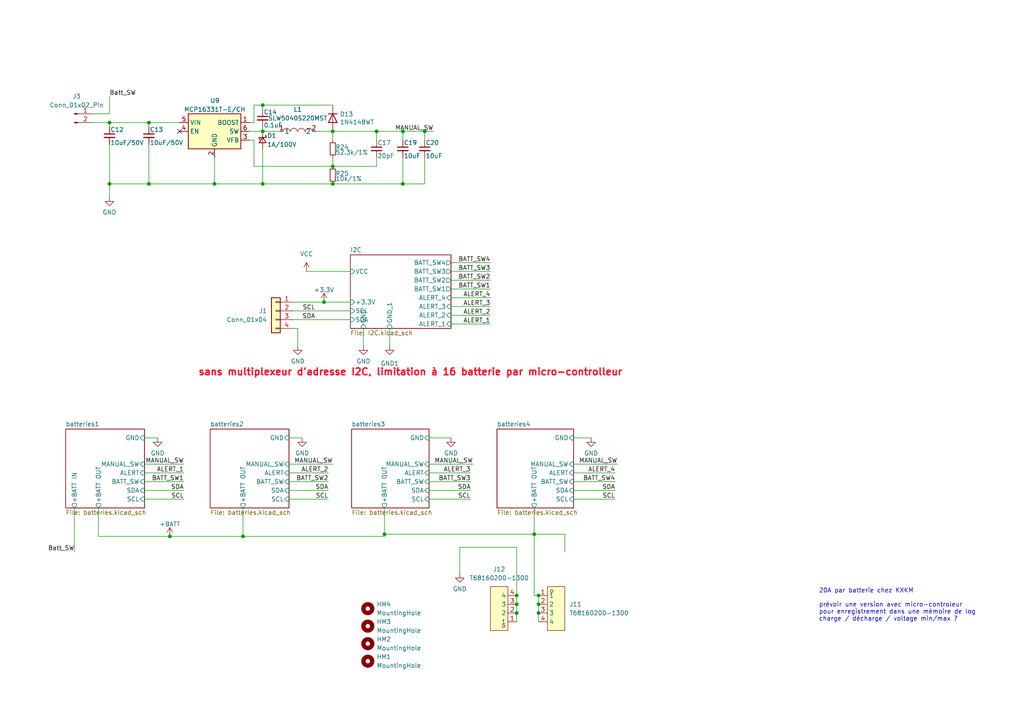
<source format=kicad_sch>
(kicad_sch (version 20231120) (generator "eeschema") (generator_version "8.0")
  (paper "A4")
  (lib_symbols
    (symbol "Connector:Conn_01x02_Pin" (pin_names (offset 1.016) hide)
      (property "Reference" "J" (at 0 2.54 0))
      (property "Value" "Conn_01x02_Pin" (at 0 -5.08 0))
      (symbol "Conn_01x02_Pin_1_1"
        (polyline (pts (xy 1.27 -2.54) (xy 0.8636 -2.54)) (stroke (width 0.1524)))
        (polyline (pts (xy 1.27 0) (xy 0.8636 0)) (stroke (width 0.1524)))
        (rectangle (start 0.8636 -2.413) (end 0 -2.667) (stroke (width 0.1524)) (fill (type outline)))
        (rectangle (start 0.8636 0.127) (end 0 -0.127) (stroke (width 0.1524)) (fill (type outline)))
        (pin passive line (at 5.08 0 180) (length 3.81) (name "Pin_1") (number "1"))
        (pin passive line (at 5.08 -2.54 180) (length 3.81) (name "Pin_2") (number "2"))
      )
    )
    (symbol "Connector_Generic:Conn_01x04" (pin_names (offset 1.016) hide)
      (property "Reference" "J" (at 0 5.08 0))
      (property "Value" "Conn_01x04" (at 0 -7.62 0))
      (symbol "Conn_01x04_1_1"
        (rectangle (start -1.27 -4.953) (end 0 -5.207) (stroke (width 0.1524)))
        (rectangle (start -1.27 -2.413) (end 0 -2.667) (stroke (width 0.1524)))
        (rectangle (start -1.27 0.127) (end 0 -0.127) (stroke (width 0.1524)))
        (rectangle (start -1.27 2.667) (end 0 2.413) (stroke (width 0.1524)))
        (rectangle (start -1.27 3.81) (end 1.27 -6.35) (stroke (width 0.254)) (fill (type background)))
        (pin passive line (at -5.08 2.54 0) (length 3.81) (name "Pin_1") (number "1"))
        (pin passive line (at -5.08 0 0) (length 3.81) (name "Pin_2") (number "2"))
        (pin passive line (at -5.08 -2.54 0) (length 3.81) (name "Pin_3") (number "3"))
        (pin passive line (at -5.08 -5.08 0) (length 3.81) (name "Pin_4") (number "4"))
      )
    )
    (symbol "Device:C_Small" (pin_numbers hide) (pin_names (offset 0.254) hide)
      (property "Reference" "C" (at 0.254 1.778 0))
      (property "Value" "C_Small" (at 0.254 -2.032 0))
      (symbol "C_Small_0_1"
        (polyline (pts (xy -1.524 -0.508) (xy 1.524 -0.508)) (stroke (width 0.3302)))
        (polyline (pts (xy -1.524 0.508) (xy 1.524 0.508)) (stroke (width 0.3048)))
      )
      (symbol "C_Small_1_1"
        (pin passive line (at 0 2.54 270) (length 2.032) (name "~") (number "1"))
        (pin passive line (at 0 -2.54 90) (length 2.032) (name "~") (number "2"))
      )
    )
    (symbol "Device:D_Schottky_Small" (pin_numbers hide) (pin_names (offset 0.254) hide)
      (property "Reference" "D" (at -1.27 2.032 0))
      (property "Value" "Device_D_Schottky_Small" (at -7.112 -2.032 0))
      (symbol "D_Schottky_Small_0_1"
        (polyline (pts (xy -0.762 0) (xy 0.762 0)))
        (polyline (pts (xy 0.762 -1.016) (xy -0.762 0) (xy 0.762 1.016) (xy 0.762 -1.016)) (stroke (width 0.254)))
        (polyline (pts (xy -1.27 0.762) (xy -1.27 1.016) (xy -0.762 1.016) (xy -0.762 -1.016) (xy -0.254 -1.016) (xy -0.254 -0.762)) (stroke (width 0.254)))
      )
      (symbol "D_Schottky_Small_1_1"
        (pin passive line (at -2.54 0 0) (length 1.778) (name "K") (number "1"))
        (pin passive line (at 2.54 0 180) (length 1.778) (name "A") (number "2"))
      )
    )
    (symbol "Device:R_Small" (pin_numbers hide) (pin_names (offset 0.254) hide)
      (property "Reference" "R" (at 0.762 0.508 0))
      (property "Value" "R_Small" (at 0.762 -1.016 0))
      (symbol "R_Small_0_1"
        (rectangle (start -0.762 1.778) (end 0.762 -1.778) (stroke (width 0.2032)))
      )
      (symbol "R_Small_1_1"
        (pin passive line (at 0 2.54 270) (length 0.762) (name "~") (number "1"))
        (pin passive line (at 0 -2.54 90) (length 0.762) (name "~") (number "2"))
      )
    )
    (symbol "Diode:1N4148WT" (pin_numbers hide) (pin_names (offset 1.016) hide)
      (property "Reference" "D" (at 0 2.54 0))
      (property "Value" "Diode_1N4148WT" (at 0 -2.54 0))
      (symbol "1N4148WT_0_1"
        (polyline (pts (xy -1.27 1.27) (xy -1.27 -1.27)) (stroke (width 0.254)))
        (polyline (pts (xy 1.27 0) (xy -1.27 0)))
        (polyline (pts (xy 1.27 1.27) (xy 1.27 -1.27) (xy -1.27 0) (xy 1.27 1.27)) (stroke (width 0.254)))
      )
      (symbol "1N4148WT_1_1"
        (pin passive line (at -3.81 0 0) (length 2.54) (name "K") (number "1"))
        (pin passive line (at 3.81 0 180) (length 2.54) (name "A") (number "2"))
      )
    )
    (symbol "Mechanical:MountingHole" (pin_names (offset 1.016)) (exclude_from_sim yes) (in_bom no)
      (property "Reference" "H" (at 0 5.08 0))
      (property "Value" "MountingHole" (at 0 3.175 0))
      (symbol "MountingHole_0_1"
        (circle (center 0 0) (radius 1.27) (stroke (width 1.27)))
      )
    )
    (symbol "Regulator_Switching:MCP16331CH"
      (property "Reference" "U" (at -7.874 6.35 0))
      (property "Value" "Regulator_Switching_MCP16331CH" (at -2.54 6.35 0))
      (symbol "MCP16331CH_0_1"
        (rectangle (start -7.62 5.08) (end 7.62 -5.08) (stroke (width 0.254)) (fill (type background)))
      )
      (symbol "MCP16331CH_1_1"
        (pin input line (at 10.16 2.54 180) (length 2.54) (name "BOOST") (number "1"))
        (pin power_in line (at 0 -7.62 90) (length 2.54) (name "GND") (number "2"))
        (pin input line (at 10.16 -2.54 180) (length 2.54) (name "VFB") (number "3"))
        (pin input line (at -10.16 0 0) (length 2.54) (name "EN") (number "4"))
        (pin power_in line (at -10.16 2.54 0) (length 2.54) (name "VIN") (number "5"))
        (pin output line (at 10.16 0 180) (length 2.54) (name "SW") (number "6"))
      )
    )
    (symbol "easyeda2kicad:SLW5040S220MST"
      (property "Reference" "L" (at 0 5.08 0))
      (property "Value" "SLW5040S220MST" (at 0 -5.08 0))
      (symbol "SLW5040S220MST_0_1"
        (arc (start -2.27 -0.02) (mid -3.28 0.9027) (end -4.29 -0.02))
        (arc (start -0.11 -0.02) (mid -1.12 0.9071) (end -2.13 -0.02))
        (arc (start 2.04 -0.02) (mid 1.03 0.9071) (end 0.02 -0.02))
        (arc (start 4.23 -0.02) (mid 3.22 0.9071) (end 2.21 -0.02))
        (pin unspecified line (at -5.08 0 0) (length 0.762) (name "1") (number "1"))
        (pin unspecified line (at 5.08 0 180) (length 0.762) (name "2") (number "2"))
      )
    )
    (symbol "easyeda2kicad:T68160200-1300"
      (property "Reference" "U" (at 0 8.89 0))
      (property "Value" "T68160200-1300" (at 0 -8.89 0))
      (symbol "T68160200-1300_0_1"
        (rectangle (start -2.54 6.35) (end 2.54 -6.35) (fill (type background)))
        (circle (center -1.27 5.08) (radius 0.38))
        (pin unspecified line (at -5.08 3.81 0) (length 2.54) (name "1") (number "1"))
        (pin unspecified line (at -5.08 1.27 0) (length 2.54) (name "2") (number "2"))
        (pin unspecified line (at -5.08 -1.27 0) (length 2.54) (name "3") (number "3"))
        (pin unspecified line (at -5.08 -3.81 0) (length 2.54) (name "4") (number "4"))
      )
    )
    (symbol "power:+3.3V" (power) (pin_names (offset 0))
      (property "Value" "+3.3V" (at 0 3.556 0))
      (symbol "+3.3V_0_1"
        (polyline (pts (xy -0.762 1.27) (xy 0 2.54)))
        (polyline (pts (xy 0 0) (xy 0 2.54)))
        (polyline (pts (xy 0 2.54) (xy 0.762 1.27)))
      )
      (symbol "+3.3V_1_1"
        (pin power_in line (at 0 0 90) (length 0) hide (name "+3.3V") (number "1"))
      )
    )
    (symbol "power:+BATT" (power) (pin_names (offset 0))
      (property "Value" "power_+BATT" (at 0 3.556 0))
      (symbol "+BATT_0_1"
        (polyline (pts (xy -0.762 1.27) (xy 0 2.54)))
        (polyline (pts (xy 0 0) (xy 0 2.54)))
        (polyline (pts (xy 0 2.54) (xy 0.762 1.27)))
      )
      (symbol "+BATT_1_1"
        (pin power_in line (at 0 0 90) (length 0) hide (name "+BATT") (number "1"))
      )
    )
    (symbol "power:GND" (power) (pin_names (offset 0))
      (property "Value" "GND" (at 0 -3.81 0))
      (symbol "GND_0_1"
        (polyline (pts (xy 0 0) (xy 0 -1.27) (xy 1.27 -1.27) (xy 0 -2.54) (xy -1.27 -1.27) (xy 0 -1.27)))
      )
      (symbol "GND_1_1"
        (pin power_in line (at 0 0 270) (length 0) hide (name "GND") (number "1"))
      )
    )
    (symbol "power:GND1" (power) (pin_names (offset 0))
      (property "Value" "GND1" (at 0 -3.81 0))
      (symbol "GND1_0_1"
        (polyline (pts (xy 0 0) (xy 0 -1.27) (xy 1.27 -1.27) (xy 0 -2.54) (xy -1.27 -1.27) (xy 0 -1.27)))
      )
      (symbol "GND1_1_1"
        (pin power_in line (at 0 0 270) (length 0) hide (name "GND1") (number "1"))
      )
    )
    (symbol "power:VCC" (power) (pin_names (offset 0))
      (property "Value" "VCC" (at 0 3.81 0))
      (symbol "VCC_0_1"
        (polyline (pts (xy -0.762 1.27) (xy 0 2.54)))
        (polyline (pts (xy 0 0) (xy 0 2.54)))
        (polyline (pts (xy 0 2.54) (xy 0.762 1.27)))
      )
      (symbol "VCC_1_1"
        (pin power_in line (at 0 0 90) (length 0) hide (name "VCC") (number "1"))
      )
    )
  )
  (junction (at 62.23 53.34))
  (junction (at 96.52 38.1))
  (junction (at 31.75 35.56))
  (junction (at 116.84 53.34))
  (junction (at 116.84 38.1))
  (junction (at 156.21 175.26))
  (junction (at 96.52 53.34))
  (junction (at 43.18 53.34))
  (junction (at 76.2 53.34))
  (junction (at 156.21 177.8))
  (junction (at 76.2 38.1))
  (junction (at 49.2676 155.575))
  (junction (at 111.506 154.94))
  (junction (at 70.485 155.575))
  (junction (at 149.86 177.8))
  (junction (at 149.86 172.72))
  (junction (at 109.22 38.1))
  (junction (at 154.94 154.94))
  (junction (at 123.19 38.1))
  (junction (at 76.2 30.48))
  (junction (at 93.98 87.63))
  (junction (at 31.75 53.34))
  (junction (at 96.52 48.26))
  (junction (at 43.18 35.56))
  (junction (at 149.86 175.26))
  (junction (at 156.21 172.72))
  (no_connect (at 52.07 38.1))
  (wire (pts (xy 154.94 154.94) (xy 111.506 154.94)))
  (wire (pts (xy 142.24 88.9) (xy 130.81 88.9)))
  (wire (pts (xy 83.82 139.7) (xy 95.25 139.7)))
  (wire (pts (xy 93.98 87.63) (xy 85.09 87.63)))
  (wire (pts (xy 111.506 147.32) (xy 111.506 154.94)))
  (wire (pts (xy 166.37 127) (xy 171.45 127)))
  (wire (pts (xy 96.52 48.26) (xy 109.22 48.26)))
  (wire (pts (xy 85.09 92.71) (xy 101.6 92.71)))
  (wire (pts (xy 73.66 30.48) (xy 76.2 30.48)))
  (wire (pts (xy 41.91 144.78) (xy 53.34 144.78)))
  (wire (pts (xy 124.46 127) (xy 130.81 127)))
  (wire (pts (xy 116.84 38.1) (xy 116.84 40.64)))
  (wire (pts (xy 83.82 127) (xy 87.63 127)))
  (wire (pts (xy 113.03 100.33) (xy 113.03 95.25)))
  (wire (pts (xy 26.67 33.02) (xy 31.75 33.02)))
  (wire (pts (xy 124.46 139.7) (xy 136.525 139.7)))
  (wire (pts (xy 62.23 45.72) (xy 62.23 53.34)))
  (wire (pts (xy 111.506 154.94) (xy 111.506 155.575)))
  (wire (pts (xy 123.19 38.1) (xy 125.73 38.1)))
  (wire (pts (xy 124.46 137.16) (xy 136.525 137.16)))
  (wire (pts (xy 31.75 53.34) (xy 31.75 57.15)))
  (wire (pts (xy 166.37 144.78) (xy 178.435 144.78)))
  (wire (pts (xy 28.575 155.575) (xy 49.2676 155.575)))
  (wire (pts (xy 156.21 175.26) (xy 156.21 177.8)))
  (wire (pts (xy 83.82 144.78) (xy 95.25 144.78)))
  (wire (pts (xy 72.39 35.56) (xy 73.66 35.56)))
  (wire (pts (xy 31.75 35.56) (xy 31.75 36.83)))
  (wire (pts (xy 137.16 134.62) (xy 124.46 134.62)))
  (wire (pts (xy 133.35 158.75) (xy 149.86 158.75)))
  (wire (pts (xy 41.91 137.16) (xy 53.34 137.16)))
  (wire (pts (xy 43.18 35.56) (xy 52.07 35.56)))
  (wire (pts (xy 156.21 177.8) (xy 156.21 180.34)))
  (wire (pts (xy 149.86 177.8) (xy 149.86 180.34)))
  (wire (pts (xy 73.66 35.56) (xy 73.66 30.48)))
  (wire (pts (xy 83.82 137.16) (xy 95.25 137.16)))
  (wire (pts (xy 133.35 166.37) (xy 133.35 158.75)))
  (wire (pts (xy 123.19 38.1) (xy 123.19 40.64)))
  (wire (pts (xy 70.485 147.32) (xy 70.485 155.575)))
  (wire (pts (xy 142.24 86.36) (xy 130.81 86.36)))
  (wire (pts (xy 76.2 38.1) (xy 81.28 38.1)))
  (wire (pts (xy 142.24 76.2) (xy 130.81 76.2)))
  (wire (pts (xy 43.18 41.91) (xy 43.18 53.34)))
  (wire (pts (xy 26.67 35.56) (xy 31.75 35.56)))
  (wire (pts (xy 154.94 154.94) (xy 154.94 172.72)))
  (wire (pts (xy 142.24 91.44) (xy 130.81 91.44)))
  (wire (pts (xy 149.86 158.75) (xy 149.86 172.72)))
  (wire (pts (xy 116.84 45.72) (xy 116.84 53.34)))
  (wire (pts (xy 73.66 40.64) (xy 73.66 48.26)))
  (wire (pts (xy 21.59 160.02) (xy 21.59 147.32)))
  (wire (pts (xy 124.46 142.24) (xy 136.525 142.24)))
  (wire (pts (xy 179.07 134.62) (xy 166.37 134.62)))
  (wire (pts (xy 109.22 38.1) (xy 116.84 38.1)))
  (wire (pts (xy 123.19 45.72) (xy 123.19 53.34)))
  (wire (pts (xy 83.82 142.24) (xy 95.25 142.24)))
  (wire (pts (xy 109.22 38.1) (xy 109.22 40.64)))
  (wire (pts (xy 76.2 43.18) (xy 76.2 53.34)))
  (wire (pts (xy 72.39 38.1) (xy 76.2 38.1)))
  (wire (pts (xy 91.44 38.1) (xy 96.52 38.1)))
  (wire (pts (xy 43.18 53.34) (xy 31.75 53.34)))
  (wire (pts (xy 166.37 137.16) (xy 178.435 137.16)))
  (wire (pts (xy 31.75 41.91) (xy 31.75 53.34)))
  (wire (pts (xy 72.39 40.64) (xy 73.66 40.64)))
  (wire (pts (xy 76.2 30.48) (xy 96.52 30.48)))
  (wire (pts (xy 149.86 172.72) (xy 149.86 175.26)))
  (wire (pts (xy 41.91 142.24) (xy 53.34 142.24)))
  (wire (pts (xy 76.2 53.34) (xy 62.23 53.34)))
  (wire (pts (xy 85.09 90.17) (xy 101.6 90.17)))
  (wire (pts (xy 41.91 139.7) (xy 53.34 139.7)))
  (wire (pts (xy 142.24 81.28) (xy 130.81 81.28)))
  (wire (pts (xy 73.66 48.26) (xy 96.52 48.26)))
  (wire (pts (xy 166.37 139.7) (xy 178.435 139.7)))
  (wire (pts (xy 28.575 147.32) (xy 28.575 155.575)))
  (wire (pts (xy 149.86 175.26) (xy 149.86 177.8)))
  (wire (pts (xy 154.94 172.72) (xy 156.21 172.72)))
  (wire (pts (xy 86.36 100.33) (xy 86.36 95.25)))
  (wire (pts (xy 41.91 127) (xy 45.72 127)))
  (wire (pts (xy 96.52 45.72) (xy 96.52 48.26)))
  (wire (pts (xy 111.506 155.575) (xy 70.485 155.575)))
  (wire (pts (xy 93.98 87.63) (xy 101.6 87.63)))
  (wire (pts (xy 142.24 78.74) (xy 130.81 78.74)))
  (wire (pts (xy 124.46 144.78) (xy 136.525 144.78)))
  (wire (pts (xy 163.83 154.94) (xy 163.83 160.02)))
  (wire (pts (xy 116.84 38.1) (xy 123.19 38.1)))
  (wire (pts (xy 142.24 83.82) (xy 130.81 83.82)))
  (wire (pts (xy 86.36 95.25) (xy 85.09 95.25)))
  (wire (pts (xy 31.75 33.02) (xy 31.75 27.94)))
  (wire (pts (xy 43.18 35.56) (xy 43.18 36.83)))
  (wire (pts (xy 96.52 38.1) (xy 96.52 40.64)))
  (wire (pts (xy 31.75 35.56) (xy 43.18 35.56)))
  (wire (pts (xy 105.41 100.33) (xy 105.41 95.25)))
  (wire (pts (xy 96.52 53.34) (xy 116.84 53.34)))
  (wire (pts (xy 96.52 38.1) (xy 109.22 38.1)))
  (wire (pts (xy 96.52 53.34) (xy 76.2 53.34)))
  (wire (pts (xy 76.2 30.48) (xy 76.2 31.75)))
  (wire (pts (xy 96.52 134.62) (xy 83.82 134.62)))
  (wire (pts (xy 116.84 53.34) (xy 123.19 53.34)))
  (wire (pts (xy 109.22 48.26) (xy 109.22 45.72)))
  (wire (pts (xy 166.37 142.24) (xy 178.435 142.24)))
  (wire (pts (xy 142.24 93.98) (xy 130.81 93.98)))
  (wire (pts (xy 49.2676 155.575) (xy 70.485 155.575)))
  (wire (pts (xy 163.83 154.94) (xy 154.94 154.94)))
  (wire (pts (xy 154.94 147.32) (xy 154.94 154.94)))
  (wire (pts (xy 43.18 53.34) (xy 62.23 53.34)))
  (wire (pts (xy 88.9 78.74) (xy 101.6 78.74)))
  (wire (pts (xy 76.2 38.1) (xy 76.2 36.83)))
  (wire (pts (xy 156.21 172.72) (xy 156.21 175.26)))
  (wire (pts (xy 53.34 134.62) (xy 41.91 134.62)))
  (text "20A par batterie chez KXKM\n\nprévoir une version avec micro-controleur\npour enregistrement dans une mémoire de log\ncharge / décharge / voltage min/max ?" (at 237.49 180.34 0) (effects (font (size 1.27 1.27)) (justify left bottom)))
  (text "sans multiplexeur d'adresse I2C, limitation à 16 batterie par micro-controlleur" (at 57.404 109.22 0) (effects (font (size 2 2) (thickness 0.4) (bold yes)) (justify left bottom)))
  (label "MANUAL_SW" (at 137.16 134.62 180))
  (label "ALERT_3" (at 136.525 137.16 180))
  (label "SDA" (at 53.34 142.24 180))
  (label "SDA" (at 136.525 142.24 180))
  (label "BATT_SW1" (at 53.34 139.7 180))
  (label "ALERT_2" (at 142.24 91.44 180))
  (label "ALERT_4" (at 178.435 137.16 180))
  (label "BATT_SW3" (at 142.24 78.74 180))
  (label "SDA" (at 91.44 92.71 180))
  (label "BATT_SW4" (at 178.435 139.7 180))
  (label "ALERT_4" (at 142.24 86.36 180))
  (label "ALERT_1" (at 142.24 93.98 180))
  (label "ALERT_1" (at 53.34 137.16 180))
  (label "BATT_SW3" (at 136.525 139.7 180))
  (label "SCL" (at 178.435 144.78 180))
  (label "Batt_SW" (at 31.75 27.94 0))
  (label "Batt_SW" (at 21.59 160.02 180))
  (label "SCL" (at 136.525 144.78 180))
  (label "ALERT_3" (at 142.24 88.9 180))
  (label "MANUAL_SW" (at 179.07 134.62 180))
  (label "BATT_SW2" (at 142.24 81.28 180))
  (label "SDA" (at 178.435 142.24 180))
  (label "SCL" (at 91.44 90.17 180))
  (label "MANUAL_SW" (at 53.34 134.62 180))
  (label "SDA" (at 95.25 142.24 180))
  (label "BATT_SW4" (at 142.24 76.2 180))
  (label "BATT_SW2" (at 95.25 139.7 180))
  (label "MANUAL_SW" (at 125.73 38.1 180))
  (label "MANUAL_SW" (at 96.52 134.62 180))
  (label "ALERT_2" (at 95.25 137.16 180))
  (label "SCL" (at 95.25 144.78 180))
  (label "SCL" (at 53.34 144.78 180))
  (label "BATT_SW1" (at 142.24 83.82 180))
  (symbol (lib_id "Device:C_Small") (at 31.75 39.37 0) (unit 1)
    (property "Reference" "C12" (at 32.004 37.592 0) (effects (justify left)))
    (property "Value" "10uF/50V" (at 32.004 41.402 0) (effects (justify left)))
    (property "Footprint" "Capacitor_SMD:C_1206_3216Metric" (effects (hide yes)))
    (property "LCSC" "C13585" (effects (hide yes)))
  )
  (symbol (lib_id "Regulator_Switching:MCP16331CH") (at 62.23 38.1 0) (unit 1)
    (property "Reference" "U9" (at 60.96 29.21 0) (effects (justify left)))
    (property "Value" "MCP16331T-E/CH" (at 53.34 31.75 0) (effects (justify left)))
    (property "Footprint" "Package_TO_SOT_SMD:SOT-23-6" (effects (hide yes)))
    (property "LCSC" "C105695" (effects (hide yes)))
  )
  (symbol (lib_id "Device:C_Small") (at 43.18 39.37 0) (unit 1)
    (property "Reference" "C13" (at 43.434 37.592 0) (effects (justify left)))
    (property "Value" "10uF/50V" (at 43.434 41.402 0) (effects (justify left)))
    (property "Footprint" "Capacitor_SMD:C_1206_3216Metric" (effects (hide yes)))
    (property "LCSC" "C13585" (effects (hide yes)))
  )
  (symbol (lib_id "Connector:Conn_01x02_Pin") (at 21.59 33.02 0) (unit 1)
    (property "Reference" "J3" (at 22.225 27.94 0))
    (property "Value" "Conn_01x02_Pin" (at 22.225 30.48 0))
    (property "Footprint" "Connector_PinHeader_2.54mm:PinHeader_1x02_P2.54mm_Vertical" (effects (hide yes)))
    (property "Description" "Generic connector, single row, 01x02, script generated" (effects (hide yes)))
  )
  (symbol (lib_id "power:GND") (at 130.81 127 0) (mirror y) (unit 1)
    (property "Reference" "#PWR026" (effects (hide yes)))
    (property "Value" "GND" (at 130.81 131.445 0))
  )
  (symbol (lib_id "Device:C_Small") (at 76.2 34.29 0) (unit 1)
    (property "Reference" "C14" (at 76.454 32.512 0) (effects (justify left)))
    (property "Value" "0.1uF" (at 76.454 36.322 0) (effects (justify left)))
    (property "Footprint" "Capacitor_SMD:C_0603_1608Metric" (effects (hide yes)))
    (property "LCSC" "C14663" (effects (hide yes)))
  )
  (symbol (lib_id "Mechanical:MountingHole") (at 106.68 181.61 0) (unit 1) (exclude_from_sim yes) (in_bom no)
    (property "Reference" "HM3" (at 109.22 180.3399 0) (effects (justify left)))
    (property "Value" "MountingHole" (at 109.22 182.8799 0) (effects (justify left)))
    (property "Footprint" "MountingHole:MountingHole_2.7mm_M2.5" (effects (hide yes)))
    (property "Description" "Mounting Hole without connection" (effects (hide yes)))
  )
  (symbol (lib_id "Device:R_Small") (at 96.52 43.18 0) (unit 1)
    (property "Reference" "R24" (at 97.282 42.672 0) (effects (justify left)))
    (property "Value" "52.3k/1%" (at 97.282 44.196 0) (effects (justify left)))
    (property "Footprint" "Resistor_SMD:R_0603_1608Metric" (effects (hide yes)))
  )
  (symbol (lib_id "Diode:1N4148WT") (at 96.52 34.29 270) (unit 1)
    (property "Reference" "D13" (at 98.552 33.1216 90) (effects (justify left)))
    (property "Value" "1N4148WT" (at 98.552 35.433 90) (effects (justify left)))
    (property "Footprint" "Diode_SMD:D_SOD-523" (effects (hide yes)))
    (property "Datasheet" "https://www.diodes.com/assets/Datasheets/ds30396.pdf" (effects (hide yes)))
    (property "LCSC" "C68948" (effects (hide yes)))
  )
  (symbol (lib_id "Device:D_Schottky_Small") (at 76.2 40.64 270) (unit 1)
    (property "Reference" "D1" (at 77.47 39.37 90) (effects (justify left)))
    (property "Value" "1A/100V" (at 77.47 41.91 90) (effects (justify left)))
    (property "Footprint" "Diode_SMD:D_SMA" (effects (hide yes)))
    (property "LCSC" "C14996" (effects (hide yes)))
  )
  (symbol (lib_id "Connector_Generic:Conn_01x04") (at 80.01 90.17 0) (mirror y) (unit 1)
    (property "Reference" "J1" (at 77.47 90.1699 0) (effects (justify left)))
    (property "Value" "Conn_01x04" (at 77.47 92.7099 0) (effects (justify left)))
    (property "Footprint" "Connector_PinSocket_2.54mm:PinSocket_1x04_P2.54mm_Vertical" (effects (hide yes)))
    (property "Description" "Generic connector, single row, 01x04, script generated (kicad-library-utils/schlib/autogen/connector/)" (effects (hide yes)))
  )
  (symbol (lib_id "Mechanical:MountingHole") (at 106.68 186.69 0) (unit 1) (exclude_from_sim yes) (in_bom no)
    (property "Reference" "HM2" (at 109.22 185.4199 0) (effects (justify left)))
    (property "Value" "MountingHole" (at 109.22 187.9599 0) (effects (justify left)))
    (property "Footprint" "MountingHole:MountingHole_2.7mm_M2.5" (effects (hide yes)))
    (property "Description" "Mounting Hole without connection" (effects (hide yes)))
  )
  (symbol (lib_id "power:GND") (at 133.35 166.37 0) (unit 1)
    (property "Reference" "#PWR092" (effects (hide yes)))
    (property "Value" "GND" (at 133.35 170.815 0))
  )
  (symbol (lib_id "Mechanical:MountingHole") (at 106.68 176.53 0) (unit 1) (exclude_from_sim yes) (in_bom no)
    (property "Reference" "HM4" (at 109.22 175.2599 0) (effects (justify left)))
    (property "Value" "MountingHole" (at 109.22 177.7999 0) (effects (justify left)))
    (property "Footprint" "MountingHole:MountingHole_2.7mm_M2.5" (effects (hide yes)))
    (property "Description" "Mounting Hole without connection" (effects (hide yes)))
  )
  (symbol (lib_id "easyeda2kicad:T68160200-1300") (at 161.29 176.53 0) (unit 1)
    (property "Reference" "J11" (at 165.1 175.2599 0) (effects (justify left)))
    (property "Value" "T68160200-1300" (at 165.1 177.7999 0) (effects (justify left)))
    (property "Footprint" "easyeda2kicad:TH-8_L20.0-W16.0-P5.60_AMT0860001TA0000G" (effects (hide yes)))
    (property "LCSC Part" "C19724545" (effects (hide yes)))
  )
  (symbol (lib_id "power:GND1") (at 113.03 100.33 0) (unit 1)
    (property "Reference" "#PWR082" (effects (hide yes)))
    (property "Value" "GND1" (at 113.03 105.41 0))
  )
  (symbol (lib_id "Device:C_Small") (at 109.22 43.18 0) (unit 1)
    (property "Reference" "C17" (at 109.474 41.402 0) (effects (justify left)))
    (property "Value" "20pF" (at 109.474 45.212 0) (effects (justify left)))
    (property "Footprint" "Capacitor_SMD:C_0603_1608Metric" (effects (hide yes)))
    (property "LCSC" "C1648" (effects (hide yes)))
  )
  (symbol (lib_id "Device:C_Small") (at 116.84 43.18 0) (unit 1)
    (property "Reference" "C19" (at 117.094 41.402 0) (effects (justify left)))
    (property "Value" "10uF" (at 117.094 45.212 0) (effects (justify left)))
    (property "Footprint" "Capacitor_SMD:C_0805_2012Metric" (effects (hide yes)))
  )
  (symbol (lib_id "power:+3.3V") (at 93.98 87.63 0) (mirror y) (unit 1)
    (property "Reference" "#PWR01" (effects (hide yes)))
    (property "Value" "+3.3V" (at 93.98 84.074 0))
  )
  (symbol (lib_id "Mechanical:MountingHole") (at 106.68 191.77 0) (unit 1) (exclude_from_sim yes) (in_bom no)
    (property "Reference" "HM1" (at 109.22 190.4999 0) (effects (justify left)))
    (property "Value" "MountingHole" (at 109.22 193.0399 0) (effects (justify left)))
    (property "Footprint" "MountingHole:MountingHole_2.7mm_M2.5" (effects (hide yes)))
    (property "Description" "Mounting Hole without connection" (effects (hide yes)))
  )
  (symbol (lib_id "easyeda2kicad:SLW5040S220MST") (at 86.36 38.1 0) (unit 1)
    (property "Reference" "L1" (at 86.36 31.75 0))
    (property "Value" "SLW5040S220MST" (at 86.36 34.29 0))
    (property "Footprint" "easyeda2kicad:IND-SMD_L5.0-W5.0" (effects (hide yes)))
    (property "Datasheet" "https://lcsc.com/product-detail/Power-Inductors_22uH-20_C182167.html" (effects (hide yes)))
    (property "LCSC Part" "C182167" (effects (hide yes)))
  )
  (symbol (lib_id "power:GND") (at 105.41 100.33 0) (unit 1)
    (property "Reference" "#PWR081" (effects (hide yes)))
    (property "Value" "GND" (at 105.41 104.775 0))
  )
  (symbol (lib_id "power:VCC") (at 88.9 78.74 0) (unit 1)
    (property "Reference" "#PWR080" (effects (hide yes)))
    (property "Value" "VCC" (at 88.9 73.66 0))
  )
  (symbol (lib_id "Device:C_Small") (at 123.19 43.18 0) (unit 1)
    (property "Reference" "C20" (at 123.444 41.402 0) (effects (justify left)))
    (property "Value" "10uF" (at 123.444 45.212 0) (effects (justify left)))
    (property "Footprint" "Capacitor_SMD:C_0805_2012Metric" (effects (hide yes)))
  )
  (symbol (lib_id "power:GND") (at 87.63 127 0) (unit 1)
    (property "Reference" "#PWR012" (effects (hide yes)))
    (property "Value" "GND" (at 87.63 131.445 0))
  )
  (symbol (lib_id "power:+BATT") (at 49.2676 155.575 0) (unit 1)
    (property "Reference" "#PWR066" (effects (hide yes)))
    (property "Value" "+BATT" (at 49.2676 152.019 0))
  )
  (symbol (lib_id "power:GND") (at 86.36 100.33 0) (mirror y) (unit 1)
    (property "Reference" "#PWR02" (effects (hide yes)))
    (property "Value" "GND" (at 86.36 104.775 0))
  )
  (symbol (lib_id "easyeda2kicad:T68160200-1300") (at 144.78 176.53 180) (unit 1)
    (property "Reference" "J12" (at 144.78 165.1 0))
    (property "Value" "T68160200-1300" (at 144.78 167.64 0))
    (property "Footprint" "easyeda2kicad:TH-8_L20.0-W16.0-P5.60_AMT0860001TA0000G" (effects (hide yes)))
    (property "LCSC Part" "C19724545" (effects (hide yes)))
  )
  (symbol (lib_id "power:GND") (at 171.45 127 0) (unit 1)
    (property "Reference" "#PWR038" (effects (hide yes)))
    (property "Value" "GND" (at 171.45 131.445 0))
  )
  (symbol (lib_id "Device:R_Small") (at 96.52 50.8 0) (unit 1)
    (property "Reference" "R25" (at 97.282 50.292 0) (effects (justify left)))
    (property "Value" "10k/1%" (at 97.282 51.816 0) (effects (justify left)))
    (property "Footprint" "Resistor_SMD:R_0603_1608Metric" (effects (hide yes)))
    (property "LCSC" "C25804" (effects (hide yes)))
  )
  (symbol (lib_id "power:GND") (at 45.72 127 0) (unit 1)
    (property "Reference" "#PWR042" (effects (hide yes)))
    (property "Value" "GND" (at 45.72 131.445 0))
  )
  (symbol (lib_id "power:GND") (at 31.75 57.15 0) (unit 1)
    (property "Reference" "#PWR0105" (effects (hide yes)))
    (property "Value" "GND" (at 31.75 61.595 0))
  )
  (sheet (at 101.6 73.914) (size 29.21 21.336) (stroke (width 0.1524))
    (property "Sheetname" "I2C" (at 101.6 73.2024 0) (effects (justify left bottom)))
    (property "Sheetfile" "I2C.kicad_sch" (at 101.6 95.8346 0) (effects (justify left top)))
    (pin "SDA" input (at 101.6 92.71 180))
    (pin "SCL" input (at 101.6 90.17 180))
    (pin "+3.3V" input (at 101.6 87.63 180))
    (pin "GND" input (at 105.41 95.25 270))
    (pin "GND_1" input (at 113.03 95.25 270))
    (pin "VCC" input (at 101.6 78.74 180))
    (pin "ALERT_2" input (at 130.81 91.44 0))
    (pin "BATT_SW3" output (at 130.81 78.74 0))
    (pin "BATT_SW2" output (at 130.81 81.28 0))
    (pin "BATT_SW1" output (at 130.81 83.82 0))
    (pin "ALERT_4" input (at 130.81 86.36 0))
    (pin "ALERT_3" input (at 130.81 88.9 0))
    (pin "ALERT_1" input (at 130.81 93.98 0))
    (pin "BATT_SW4" output (at 130.81 76.2 0))
  )
  (sheet (at 144.145 124.46) (size 22.225 22.86) (stroke (width 0.1524))
    (property "Sheetname" "batteries4" (at 144.145 123.7484 0) (effects (justify left bottom)))
    (property "Sheetfile" "batteries.kicad_sch" (at 144.145 147.9046 0) (effects (justify left top)))
    (pin "BATT_SW" input (at 166.37 139.7 0))
    (pin "SDA" input (at 166.37 142.24 0))
    (pin "SCL" input (at 166.37 144.78 0))
    (pin "ALERT" input (at 166.37 137.16 0))
    (pin "GND" input (at 166.37 127 0))
    (pin "MANUAL_SW" input (at 166.37 134.62 0))
    (pin "+BATT OUT" output (at 154.94 147.32 270))
  )
  (sheet (at 101.981 124.46) (size 22.479 22.86) (stroke (width 0.1524))
    (property "Sheetname" "batteries3" (at 101.981 123.7484 0) (effects (justify left bottom)))
    (property "Sheetfile" "batteries.kicad_sch" (at 101.981 147.9046 0) (effects (justify left top)))
    (pin "BATT_SW" input (at 124.46 139.7 0))
    (pin "SDA" input (at 124.46 142.24 0))
    (pin "SCL" input (at 124.46 144.78 0))
    (pin "ALERT" input (at 124.46 137.16 0))
    (pin "GND" input (at 124.46 127 0))
    (pin "MANUAL_SW" input (at 124.46 134.62 0))
    (pin "+BATT OUT" output (at 111.506 147.32 270))
  )
  (sheet (at 19.05 124.46) (size 22.86 22.86) (stroke (width 0.1524))
    (property "Sheetname" "batteries1" (at 19.05 123.7484 0) (effects (justify left bottom)))
    (property "Sheetfile" "batteries.kicad_sch" (at 19.05 147.9046 0) (effects (justify left top)))
    (pin "BATT_SW" input (at 41.91 139.7 0))
    (pin "SDA" input (at 41.91 142.24 0))
    (pin "SCL" input (at 41.91 144.78 0))
    (pin "ALERT" input (at 41.91 137.16 0))
    (pin "GND" input (at 41.91 127 0))
    (pin "MANUAL_SW" input (at 41.91 134.62 0))
    (pin "+BATT OUT" output (at 28.575 147.32 270))
    (pin "+BATT IN" output (at 21.59 147.32 270))
  )
  (sheet (at 60.96 124.46) (size 22.86 22.86) (stroke (width 0.1524))
    (property "Sheetname" "batteries2" (at 60.96 123.7484 0) (effects (justify left bottom)))
    (property "Sheetfile" "batteries.kicad_sch" (at 60.96 147.9046 0) (effects (justify left top)))
    (pin "BATT_SW" input (at 83.82 139.7 0))
    (pin "SDA" input (at 83.82 142.24 0))
    (pin "SCL" input (at 83.82 144.78 0))
    (pin "ALERT" input (at 83.82 137.16 0))
    (pin "GND" input (at 83.82 127 0))
    (pin "MANUAL_SW" input (at 83.82 134.62 0))
    (pin "+BATT OUT" output (at 70.485 147.32 270))
  )
)
</source>
